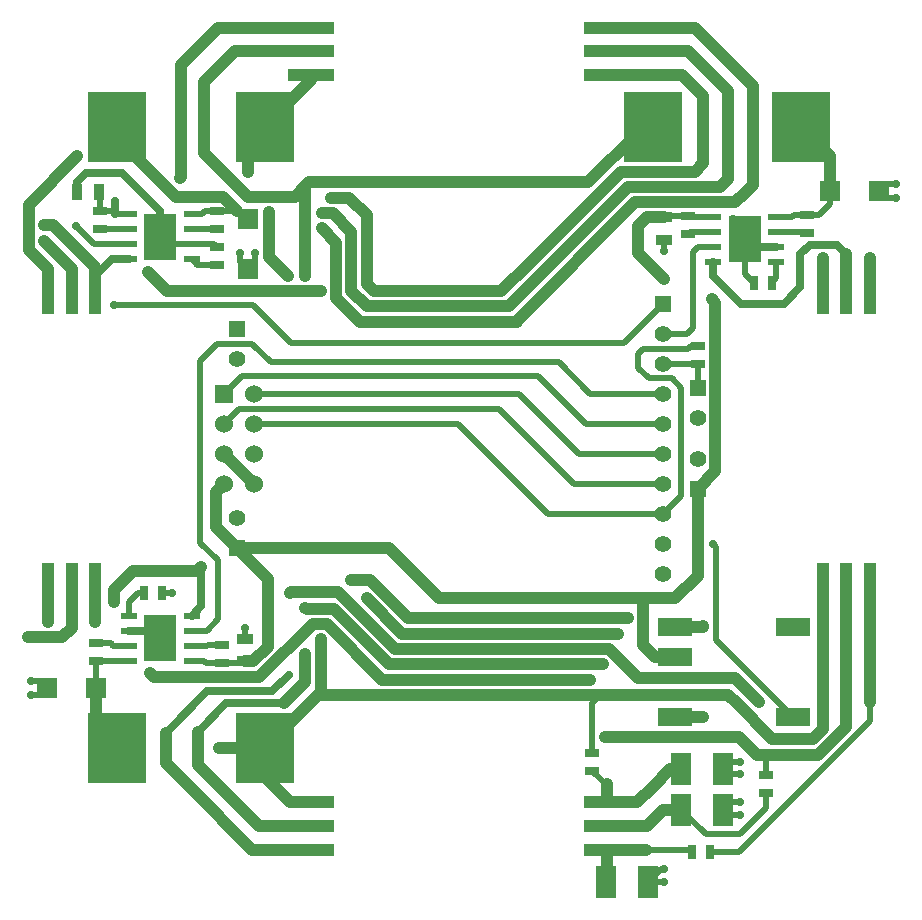
<source format=gtl>
G04 (created by PCBNEW (2013-07-07 BZR 4022)-stable) date 12/08/2015 01:07:20*
%MOIN*%
G04 Gerber Fmt 3.4, Leading zero omitted, Abs format*
%FSLAX34Y34*%
G01*
G70*
G90*
G04 APERTURE LIST*
%ADD10C,0.00590551*%
%ADD11R,0.0551X0.0236*%
%ADD12R,0.1102X0.1575*%
%ADD13R,0.07X0.11*%
%ADD14R,0.055X0.035*%
%ADD15R,0.035X0.055*%
%ADD16R,0.045X0.025*%
%ADD17R,0.025X0.045*%
%ADD18R,0.055X0.055*%
%ADD19C,0.055*%
%ADD20R,0.06X0.06*%
%ADD21C,0.06*%
%ADD22R,0.19685X0.23622*%
%ADD23R,0.0669291X0.0669291*%
%ADD24R,0.0393701X0.15748*%
%ADD25R,0.15748X0.0393701*%
%ADD26R,0.11811X0.0590551*%
%ADD27C,0.0275591*%
%ADD28C,0.0393701*%
%ADD29C,0.0275591*%
%ADD30C,0.019685*%
G04 APERTURE END LIST*
G54D10*
G54D11*
X69829Y-51572D03*
X67729Y-51572D03*
X69829Y-52072D03*
X69829Y-52572D03*
X69829Y-53072D03*
X67729Y-52072D03*
X67729Y-52572D03*
X67729Y-53072D03*
G54D12*
X68779Y-52322D03*
G54D11*
X67729Y-66458D03*
X69829Y-66458D03*
X67729Y-65958D03*
X67729Y-65458D03*
X67729Y-64958D03*
X69829Y-65958D03*
X69829Y-65458D03*
X69829Y-64958D03*
G54D12*
X68779Y-65708D03*
G54D11*
X89317Y-51651D03*
X87217Y-51651D03*
X89317Y-52151D03*
X89317Y-52651D03*
X89317Y-53151D03*
X87217Y-52151D03*
X87217Y-52651D03*
X87217Y-53151D03*
G54D12*
X88267Y-52401D03*
G54D13*
X83630Y-73818D03*
X85030Y-73818D03*
X86150Y-71417D03*
X87550Y-71417D03*
X86150Y-70078D03*
X87550Y-70078D03*
G54D14*
X85590Y-51672D03*
X85590Y-52422D03*
X71614Y-66477D03*
X71614Y-65727D03*
G54D15*
X66752Y-50826D03*
X66002Y-50826D03*
G54D16*
X66771Y-51471D03*
X66771Y-52071D03*
X86377Y-51629D03*
X86377Y-52229D03*
X86692Y-55959D03*
X86692Y-56559D03*
X70826Y-66520D03*
X70826Y-65920D03*
X83188Y-69542D03*
X83188Y-70142D03*
X88976Y-70251D03*
X88976Y-70851D03*
X90354Y-52189D03*
X90354Y-51589D03*
X70669Y-52071D03*
X70669Y-51471D03*
G54D17*
X68243Y-64212D03*
X68843Y-64212D03*
X89158Y-53858D03*
X88558Y-53858D03*
G54D16*
X66653Y-65881D03*
X66653Y-66481D03*
X70669Y-53252D03*
X70669Y-52652D03*
G54D18*
X86692Y-60736D03*
G54D19*
X86692Y-59736D03*
G54D18*
X86692Y-57374D03*
G54D19*
X86692Y-58374D03*
G54D18*
X85551Y-54555D03*
G54D19*
X85551Y-55555D03*
X85551Y-56555D03*
X85551Y-57555D03*
X85551Y-58555D03*
X85551Y-59555D03*
X85551Y-60555D03*
X85551Y-61555D03*
X85551Y-62555D03*
X85551Y-63555D03*
G54D20*
X70917Y-57555D03*
G54D21*
X71917Y-57555D03*
X70917Y-58555D03*
X71917Y-58555D03*
X70917Y-59555D03*
X71917Y-59555D03*
X70917Y-60555D03*
X71917Y-60555D03*
G54D22*
X85216Y-48661D03*
X90137Y-48661D03*
X72263Y-48661D03*
X67342Y-48661D03*
X72263Y-69370D03*
X67342Y-69370D03*
G54D23*
X92755Y-50787D03*
X91102Y-50787D03*
X71692Y-53385D03*
X71692Y-51732D03*
X65000Y-67362D03*
X66653Y-67362D03*
G54D18*
X71338Y-62704D03*
G54D19*
X71338Y-61704D03*
G54D18*
X71338Y-55405D03*
G54D19*
X71338Y-56405D03*
G54D17*
X87111Y-72834D03*
X86511Y-72834D03*
G54D24*
X90866Y-63976D03*
X91653Y-63976D03*
X92440Y-63976D03*
X92440Y-54133D03*
X91653Y-54133D03*
X90866Y-54133D03*
X65039Y-63976D03*
X65826Y-63976D03*
X66614Y-63976D03*
X66614Y-54133D03*
X65826Y-54133D03*
X65039Y-54133D03*
G54D25*
X73818Y-71181D03*
X73818Y-71968D03*
X73818Y-72755D03*
X83661Y-72755D03*
X83661Y-71968D03*
X83661Y-71181D03*
X73818Y-45354D03*
X73818Y-46141D03*
X73818Y-46929D03*
X83661Y-46929D03*
X83661Y-46141D03*
X83661Y-45354D03*
G54D26*
X85944Y-65322D03*
X85944Y-66322D03*
X85944Y-68322D03*
X89881Y-68322D03*
X89881Y-65322D03*
G54D27*
X67283Y-51141D03*
X87165Y-54409D03*
X85590Y-53740D03*
X87204Y-62559D03*
X67244Y-54606D03*
X65984Y-51968D03*
X86889Y-65314D03*
X86889Y-68346D03*
X85590Y-73818D03*
X85590Y-73385D03*
X69173Y-64212D03*
X64488Y-67598D03*
X68385Y-51692D03*
X69173Y-51692D03*
X68385Y-52952D03*
X69173Y-52952D03*
X68779Y-52322D03*
X87874Y-51732D03*
X87874Y-53031D03*
X88661Y-53031D03*
X88661Y-51771D03*
X88267Y-52401D03*
X68385Y-65078D03*
X69173Y-65078D03*
X69173Y-66338D03*
X68779Y-65708D03*
X68385Y-66338D03*
X71929Y-52874D03*
X71456Y-52874D03*
X85590Y-52795D03*
X93307Y-51023D03*
X93307Y-50551D03*
X88110Y-70236D03*
X88110Y-69842D03*
X88110Y-71181D03*
X88110Y-71614D03*
X64488Y-67125D03*
X71614Y-65354D03*
X64921Y-52480D03*
X75157Y-63779D03*
X75157Y-54133D03*
X85275Y-71692D03*
X84370Y-65039D03*
X74173Y-51535D03*
X91653Y-53031D03*
X87716Y-50354D03*
X69448Y-50354D03*
X74133Y-54133D03*
X74133Y-65748D03*
X68385Y-53503D03*
X70748Y-69370D03*
X65039Y-65157D03*
X71692Y-50157D03*
X72401Y-51496D03*
X73110Y-64212D03*
X92440Y-67834D03*
X88740Y-67834D03*
X73070Y-66929D03*
X73031Y-53622D03*
X68976Y-68858D03*
X66614Y-65157D03*
X75669Y-64370D03*
X75669Y-53622D03*
X84960Y-72755D03*
X84055Y-65551D03*
X74488Y-51023D03*
X86889Y-49842D03*
X92440Y-53031D03*
X64921Y-51929D03*
X74173Y-52047D03*
X88267Y-50866D03*
X90866Y-53031D03*
X66023Y-49645D03*
X83110Y-67086D03*
X83661Y-70551D03*
X67244Y-64488D03*
X68425Y-66850D03*
X70157Y-63346D03*
X83622Y-69015D03*
X73622Y-64685D03*
X83543Y-66574D03*
X73622Y-53622D03*
X73622Y-66220D03*
X64370Y-65669D03*
X72637Y-71968D03*
G54D28*
X84881Y-64370D02*
X84881Y-65944D01*
X85259Y-66322D02*
X85944Y-66322D01*
X84881Y-65944D02*
X85259Y-66322D01*
X71614Y-66477D02*
X71869Y-66477D01*
X72362Y-63728D02*
X71338Y-62704D01*
X72362Y-65984D02*
X72362Y-63728D01*
X71869Y-66477D02*
X72362Y-65984D01*
G54D29*
X67283Y-51141D02*
X67281Y-51143D01*
X67281Y-51143D02*
X67281Y-51572D01*
G54D28*
X70917Y-60555D02*
X70629Y-60842D01*
X70629Y-60842D02*
X70629Y-61996D01*
X70629Y-61996D02*
X71338Y-62704D01*
X86692Y-60736D02*
X86692Y-63622D01*
X86692Y-63622D02*
X85944Y-64370D01*
X85944Y-64370D02*
X84881Y-64370D01*
X84881Y-64370D02*
X78070Y-64370D01*
X78070Y-64370D02*
X76405Y-62704D01*
X76405Y-62704D02*
X71338Y-62704D01*
X87283Y-60145D02*
X87283Y-54527D01*
X87283Y-54527D02*
X87165Y-54409D01*
X86692Y-60736D02*
X87283Y-60145D01*
X85020Y-51672D02*
X85590Y-51672D01*
X84724Y-51968D02*
X85020Y-51672D01*
X84724Y-52874D02*
X84724Y-51968D01*
X85590Y-53740D02*
X84724Y-52874D01*
G54D30*
X66771Y-51471D02*
X66771Y-50845D01*
X66771Y-50845D02*
X66752Y-50826D01*
X70826Y-66520D02*
X71571Y-66520D01*
X71571Y-66520D02*
X71614Y-66477D01*
X69829Y-66458D02*
X70238Y-66458D01*
X70300Y-66520D02*
X70826Y-66520D01*
X70238Y-66458D02*
X70300Y-66520D01*
X67729Y-51572D02*
X67281Y-51572D01*
X67180Y-51471D02*
X66771Y-51471D01*
X67281Y-51572D02*
X67180Y-51471D01*
X86377Y-51629D02*
X85633Y-51629D01*
X85633Y-51629D02*
X85590Y-51672D01*
X87217Y-51651D02*
X86400Y-51651D01*
X86400Y-51651D02*
X86377Y-51629D01*
X86377Y-56062D02*
X86481Y-55959D01*
X86481Y-55959D02*
X86692Y-55959D01*
X86353Y-56062D02*
X86377Y-56062D01*
X86377Y-56062D02*
X84881Y-56062D01*
X86141Y-60964D02*
X85551Y-61555D01*
X86141Y-57362D02*
X86141Y-60964D01*
X85826Y-57047D02*
X86141Y-57362D01*
X85078Y-57047D02*
X85826Y-57047D01*
X84724Y-56692D02*
X85078Y-57047D01*
X84724Y-56220D02*
X84724Y-56692D01*
X84881Y-56062D02*
X84724Y-56220D01*
X71917Y-58555D02*
X78712Y-58555D01*
X81712Y-61555D02*
X85551Y-61555D01*
X78712Y-58555D02*
X81712Y-61555D01*
X87322Y-65763D02*
X88448Y-66889D01*
X87322Y-62677D02*
X87322Y-65763D01*
X87204Y-62559D02*
X87322Y-62677D01*
X89881Y-68322D02*
X88448Y-66889D01*
X70917Y-58555D02*
X71401Y-58070D01*
X82562Y-60555D02*
X85551Y-60555D01*
X80078Y-58070D02*
X82562Y-60555D01*
X71401Y-58070D02*
X80078Y-58070D01*
X87217Y-52651D02*
X86718Y-52651D01*
X86334Y-55555D02*
X85551Y-55555D01*
X86535Y-55354D02*
X86334Y-55555D01*
X86535Y-52834D02*
X86535Y-55354D01*
X86718Y-52651D02*
X86535Y-52834D01*
X82066Y-56515D02*
X72460Y-56515D01*
X72460Y-56515D02*
X71850Y-55905D01*
X85551Y-57555D02*
X83106Y-57555D01*
X70708Y-65078D02*
X70328Y-65458D01*
X70708Y-63110D02*
X70708Y-65078D01*
X70118Y-62519D02*
X70708Y-63110D01*
X70118Y-56456D02*
X70118Y-62519D01*
X70669Y-55905D02*
X70118Y-56456D01*
X71850Y-55905D02*
X70669Y-55905D01*
X83106Y-57555D02*
X82066Y-56515D01*
X69829Y-65458D02*
X70328Y-65458D01*
X67729Y-52572D02*
X66588Y-52572D01*
X67244Y-54606D02*
X67874Y-54606D01*
X66588Y-52572D02*
X65984Y-51968D01*
X85551Y-54555D02*
X84240Y-55866D01*
X68976Y-54606D02*
X67874Y-54606D01*
X68976Y-54606D02*
X71889Y-54606D01*
X84240Y-55866D02*
X73149Y-55866D01*
X73149Y-55866D02*
X71889Y-54606D01*
X70917Y-57555D02*
X71503Y-56968D01*
X82964Y-58555D02*
X85551Y-58555D01*
X81377Y-56968D02*
X82964Y-58555D01*
X71503Y-56968D02*
X81377Y-56968D01*
X86692Y-56559D02*
X86688Y-56555D01*
X86688Y-56555D02*
X85551Y-56555D01*
X86692Y-57374D02*
X86692Y-56559D01*
X71917Y-57555D02*
X80744Y-57555D01*
X82744Y-59555D02*
X85551Y-59555D01*
X80744Y-57555D02*
X82744Y-59555D01*
G54D28*
X70917Y-59555D02*
X71917Y-60555D01*
X85944Y-65322D02*
X86881Y-65322D01*
X86881Y-65322D02*
X86889Y-65314D01*
X85944Y-68322D02*
X86866Y-68322D01*
X86866Y-68322D02*
X86889Y-68346D01*
G54D30*
X85030Y-73818D02*
X85590Y-73818D01*
X85030Y-73818D02*
X85463Y-73385D01*
X85463Y-73385D02*
X85590Y-73385D01*
G54D29*
X66002Y-50826D02*
X66002Y-50493D01*
X68779Y-51456D02*
X68779Y-52322D01*
X67519Y-50196D02*
X68779Y-51456D01*
X66299Y-50196D02*
X67519Y-50196D01*
X66002Y-50493D02*
X66299Y-50196D01*
G54D30*
X68843Y-64212D02*
X69173Y-64212D01*
X64763Y-67598D02*
X64488Y-67598D01*
X64763Y-67598D02*
X65000Y-67362D01*
G54D29*
X67729Y-65458D02*
X68529Y-65458D01*
G54D30*
X68529Y-65458D02*
X68779Y-65708D01*
X68779Y-52086D02*
X68779Y-52322D01*
X68385Y-51692D02*
X68779Y-52086D01*
X69173Y-51929D02*
X68779Y-52322D01*
X69173Y-51692D02*
X69173Y-51929D01*
X68385Y-52952D02*
X68779Y-52559D01*
X68779Y-52559D02*
X68779Y-52322D01*
X68779Y-52559D02*
X68779Y-52322D01*
X69173Y-52952D02*
X68779Y-52559D01*
X88267Y-52125D02*
X88267Y-52401D01*
X87874Y-51732D02*
X88267Y-52125D01*
X87874Y-53031D02*
X88267Y-52637D01*
X88267Y-52637D02*
X88267Y-52401D01*
X88267Y-52637D02*
X88267Y-52401D01*
X88661Y-53031D02*
X88267Y-52637D01*
X88661Y-52007D02*
X88267Y-52401D01*
X88661Y-51771D02*
X88661Y-52007D01*
X68385Y-65078D02*
X68779Y-65472D01*
X68779Y-65472D02*
X68779Y-65708D01*
X68779Y-65472D02*
X68779Y-65708D01*
X69173Y-65078D02*
X68779Y-65472D01*
X69173Y-66338D02*
X68779Y-65944D01*
X68779Y-65944D02*
X68779Y-65708D01*
X68779Y-65944D02*
X68779Y-65708D01*
X68385Y-66338D02*
X68779Y-65944D01*
X71692Y-53385D02*
X71929Y-53149D01*
X71929Y-53149D02*
X71929Y-52874D01*
X71692Y-53385D02*
X71456Y-53149D01*
X71456Y-53149D02*
X71456Y-52874D01*
X85590Y-52422D02*
X85590Y-52795D01*
X92755Y-50787D02*
X92992Y-51023D01*
X92992Y-51023D02*
X93307Y-51023D01*
X92755Y-50787D02*
X92992Y-50551D01*
X92992Y-50551D02*
X93307Y-50551D01*
X87550Y-70078D02*
X87707Y-70236D01*
X87707Y-70236D02*
X88110Y-70236D01*
X87550Y-70078D02*
X87786Y-69842D01*
X87786Y-69842D02*
X88110Y-69842D01*
X87550Y-71417D02*
X87786Y-71181D01*
X87786Y-71181D02*
X88110Y-71181D01*
X87550Y-71417D02*
X87747Y-71614D01*
X87747Y-71614D02*
X88110Y-71614D01*
X65000Y-67362D02*
X64763Y-67125D01*
X64763Y-67125D02*
X64488Y-67125D01*
X71614Y-65727D02*
X71614Y-65354D01*
X69829Y-52572D02*
X69029Y-52572D01*
X69029Y-52572D02*
X68779Y-52322D01*
X69829Y-52572D02*
X70589Y-52572D01*
X70589Y-52572D02*
X70669Y-52652D01*
X88267Y-52401D02*
X88267Y-53567D01*
X88267Y-53567D02*
X88558Y-53858D01*
G54D29*
X89317Y-52651D02*
X88517Y-52651D01*
G54D30*
X88517Y-52651D02*
X88267Y-52401D01*
G54D28*
X65826Y-54133D02*
X65826Y-53385D01*
X65826Y-53385D02*
X64921Y-52480D01*
X75157Y-63779D02*
X75787Y-63779D01*
X77047Y-65039D02*
X84370Y-65039D01*
X75787Y-63779D02*
X77047Y-65039D01*
X79803Y-54645D02*
X80393Y-54645D01*
X80393Y-54645D02*
X80787Y-54251D01*
X84803Y-50669D02*
X84370Y-50669D01*
X84370Y-50669D02*
X80787Y-54251D01*
X80787Y-54251D02*
X80393Y-54645D01*
X74173Y-51535D02*
X74527Y-51535D01*
X74527Y-51535D02*
X75157Y-52165D01*
X75157Y-52165D02*
X75157Y-54133D01*
X75669Y-54645D02*
X79803Y-54645D01*
X75157Y-54133D02*
X75669Y-54645D01*
G54D30*
X86150Y-71417D02*
X86977Y-72244D01*
X88976Y-71377D02*
X88976Y-70851D01*
X88110Y-72244D02*
X88976Y-71377D01*
X86977Y-72244D02*
X88110Y-72244D01*
G54D28*
X87716Y-50393D02*
X87716Y-50354D01*
X91653Y-54133D02*
X91653Y-53031D01*
X91653Y-53031D02*
X91653Y-52913D01*
G54D29*
X87217Y-53635D02*
X88149Y-54566D01*
X88149Y-54566D02*
X89566Y-54566D01*
X89566Y-54566D02*
X90118Y-54015D01*
X90118Y-54015D02*
X90118Y-52913D01*
X90118Y-52913D02*
X90433Y-52598D01*
X90433Y-52598D02*
X91338Y-52598D01*
X91338Y-52598D02*
X91653Y-52913D01*
X87217Y-53151D02*
X87217Y-53635D01*
G54D28*
X83661Y-46141D02*
X86377Y-46141D01*
X87716Y-50393D02*
X87440Y-50669D01*
X87440Y-50669D02*
X84803Y-50669D01*
X87716Y-47480D02*
X87716Y-50393D01*
X86377Y-46141D02*
X87716Y-47480D01*
X83661Y-71968D02*
X85000Y-71968D01*
X85000Y-71968D02*
X85275Y-71692D01*
X85551Y-71417D02*
X86150Y-71417D01*
X85275Y-71692D02*
X85551Y-71417D01*
G54D30*
X67729Y-65958D02*
X67218Y-65958D01*
X67140Y-65881D02*
X66653Y-65881D01*
X67218Y-65958D02*
X67140Y-65881D01*
G54D28*
X66653Y-67362D02*
X66653Y-68681D01*
X66653Y-68681D02*
X67342Y-69370D01*
G54D30*
X66653Y-66481D02*
X66653Y-67362D01*
X67729Y-66458D02*
X66675Y-66458D01*
X66675Y-66458D02*
X66653Y-66481D01*
X83188Y-69542D02*
X83188Y-67874D01*
X83188Y-67874D02*
X83464Y-67598D01*
G54D28*
X69468Y-50334D02*
X69448Y-50354D01*
X69468Y-46594D02*
X69468Y-50334D01*
X70708Y-45354D02*
X69468Y-46594D01*
X87992Y-67874D02*
X87716Y-67598D01*
X83779Y-67598D02*
X83779Y-67598D01*
X87716Y-67598D02*
X83779Y-67598D01*
X74133Y-67500D02*
X74133Y-65748D01*
X73818Y-45354D02*
X70708Y-45354D01*
X68385Y-53503D02*
X69015Y-54133D01*
X69015Y-54133D02*
X74133Y-54133D01*
X72263Y-69370D02*
X74133Y-67500D01*
X74133Y-67500D02*
X74035Y-67598D01*
X74685Y-67598D02*
X83464Y-67598D01*
X83464Y-67598D02*
X83779Y-67598D01*
X74035Y-67598D02*
X74685Y-67598D01*
X90866Y-68740D02*
X90866Y-63976D01*
X90551Y-69055D02*
X90866Y-68740D01*
X89173Y-69055D02*
X90551Y-69055D01*
X87992Y-67874D02*
X89173Y-69055D01*
X70748Y-69370D02*
X72263Y-69370D01*
X65039Y-63976D02*
X65039Y-65157D01*
X73818Y-71181D02*
X73110Y-71181D01*
X73110Y-71181D02*
X72263Y-70334D01*
X72263Y-70334D02*
X72263Y-69370D01*
G54D30*
X70669Y-53252D02*
X70009Y-53252D01*
X70009Y-53252D02*
X69829Y-53072D01*
G54D28*
X84724Y-67047D02*
X87952Y-67047D01*
X87952Y-67047D02*
X88740Y-67834D01*
G54D30*
X87111Y-72834D02*
X88070Y-72834D01*
X92440Y-68464D02*
X92440Y-67834D01*
X88070Y-72834D02*
X92440Y-68464D01*
G54D28*
X73031Y-53622D02*
X72401Y-52992D01*
X71692Y-49232D02*
X72263Y-48661D01*
X71692Y-50157D02*
X71692Y-49232D01*
X72401Y-52992D02*
X72401Y-51496D01*
X92440Y-63976D02*
X92440Y-67834D01*
X83740Y-66062D02*
X84724Y-67047D01*
X76614Y-66062D02*
X83740Y-66062D01*
X74724Y-64173D02*
X76614Y-66062D01*
X73149Y-64173D02*
X74724Y-64173D01*
X73149Y-64173D02*
X73110Y-64212D01*
G54D29*
X73070Y-66929D02*
X72519Y-67480D01*
X70354Y-67480D02*
X68976Y-68858D01*
X72519Y-67480D02*
X70354Y-67480D01*
G54D28*
X69763Y-70669D02*
X68976Y-69881D01*
X69763Y-70669D02*
X71850Y-72755D01*
X71850Y-72755D02*
X73818Y-72755D01*
X68976Y-69881D02*
X68976Y-68858D01*
X66614Y-63976D02*
X66614Y-65157D01*
X73818Y-46929D02*
X73818Y-47106D01*
X73818Y-47106D02*
X72263Y-48661D01*
G54D30*
X89317Y-52151D02*
X90316Y-52151D01*
X90316Y-52151D02*
X90354Y-52189D01*
X67729Y-52072D02*
X66772Y-52072D01*
X66772Y-52072D02*
X66771Y-52071D01*
G54D28*
X66614Y-54133D02*
X66614Y-53346D01*
X65196Y-51929D02*
X64921Y-51929D01*
X66614Y-53346D02*
X65196Y-51929D01*
X75669Y-64370D02*
X76850Y-65551D01*
X84960Y-72755D02*
X83661Y-72755D01*
X76850Y-65551D02*
X84055Y-65551D01*
X78031Y-54133D02*
X80157Y-54133D01*
X80157Y-54133D02*
X81102Y-53188D01*
X84842Y-50157D02*
X84133Y-50157D01*
X84133Y-50157D02*
X81102Y-53188D01*
X78543Y-54133D02*
X78543Y-54133D01*
X75669Y-53622D02*
X75669Y-53897D01*
X75905Y-54133D02*
X78031Y-54133D01*
X78031Y-54133D02*
X78543Y-54133D01*
X75669Y-53897D02*
X75905Y-54133D01*
X86614Y-50157D02*
X84842Y-50157D01*
X86889Y-49881D02*
X86614Y-50157D01*
X75078Y-51023D02*
X75669Y-51614D01*
X74488Y-51023D02*
X75078Y-51023D01*
X75669Y-51614D02*
X75669Y-53622D01*
G54D30*
X83661Y-72755D02*
X86432Y-72755D01*
X86432Y-72755D02*
X86511Y-72834D01*
G54D28*
X83630Y-73818D02*
X83661Y-73788D01*
X83661Y-73788D02*
X83661Y-72755D01*
X92440Y-54133D02*
X92440Y-53031D01*
X86889Y-49842D02*
X86889Y-49881D01*
X64921Y-51929D02*
X64921Y-51929D01*
X64921Y-51929D02*
X64921Y-51929D01*
X83661Y-46929D02*
X86181Y-46929D01*
X86889Y-47637D02*
X86889Y-49881D01*
X86181Y-46929D02*
X86889Y-47637D01*
G54D29*
X67729Y-53072D02*
X67163Y-53072D01*
X67163Y-53072D02*
X66614Y-53622D01*
G54D30*
X66614Y-53622D02*
X66614Y-54133D01*
G54D28*
X84606Y-51181D02*
X80629Y-55157D01*
X80629Y-55157D02*
X80669Y-55157D01*
X74645Y-54370D02*
X74645Y-52519D01*
X75433Y-55157D02*
X74645Y-54370D01*
X80669Y-55157D02*
X75433Y-55157D01*
X87952Y-51181D02*
X84606Y-51181D01*
X84606Y-51181D02*
X84606Y-51181D01*
X88267Y-50866D02*
X87952Y-51181D01*
X74173Y-52047D02*
X74645Y-52519D01*
G54D30*
X83661Y-70629D02*
X83661Y-70614D01*
X83661Y-70614D02*
X83188Y-70142D01*
G54D28*
X90866Y-54133D02*
X90866Y-53031D01*
X65039Y-53385D02*
X65039Y-54133D01*
X64409Y-52755D02*
X65039Y-53385D01*
X64409Y-51259D02*
X64409Y-52755D01*
X66023Y-49645D02*
X64409Y-51259D01*
X83661Y-45354D02*
X86614Y-45354D01*
X88543Y-50590D02*
X88267Y-50866D01*
X88543Y-47283D02*
X88543Y-50590D01*
X86614Y-45354D02*
X88543Y-47283D01*
X83661Y-71181D02*
X83661Y-70629D01*
X83661Y-70629D02*
X83661Y-70551D01*
X67244Y-64094D02*
X67244Y-64488D01*
X67874Y-63464D02*
X67244Y-64094D01*
X70039Y-63464D02*
X67874Y-63464D01*
X70157Y-63346D02*
X70039Y-63464D01*
X68425Y-66850D02*
X68582Y-67007D01*
X68582Y-67007D02*
X72086Y-67007D01*
X72086Y-67007D02*
X73858Y-65236D01*
X73858Y-65236D02*
X74330Y-65236D01*
X74330Y-65236D02*
X76181Y-67086D01*
X76181Y-67086D02*
X83110Y-67086D01*
G54D29*
X70157Y-64630D02*
X69829Y-64958D01*
X70157Y-63346D02*
X70157Y-64630D01*
G54D28*
X83661Y-71181D02*
X84685Y-71181D01*
X84685Y-71181D02*
X85196Y-70669D01*
X85787Y-70078D02*
X86150Y-70078D01*
X85196Y-70669D02*
X85787Y-70078D01*
G54D30*
X88976Y-70251D02*
X88976Y-69606D01*
X88976Y-69606D02*
X89015Y-69606D01*
G54D28*
X72874Y-50984D02*
X71692Y-50984D01*
X70236Y-49527D02*
X70236Y-49015D01*
X71692Y-50984D02*
X70236Y-49527D01*
X83622Y-69015D02*
X88070Y-69015D01*
X83543Y-66574D02*
X76417Y-66574D01*
X74566Y-64724D02*
X76417Y-66574D01*
X73661Y-64724D02*
X74566Y-64724D01*
X73622Y-64685D02*
X73661Y-64724D01*
X91653Y-68661D02*
X91653Y-63976D01*
X90708Y-69606D02*
X91653Y-68661D01*
X88661Y-69606D02*
X89015Y-69606D01*
X89015Y-69606D02*
X90708Y-69606D01*
X88070Y-69015D02*
X88661Y-69606D01*
X74291Y-50511D02*
X73740Y-50511D01*
X73740Y-50511D02*
X73622Y-50629D01*
X70236Y-49015D02*
X70236Y-47165D01*
X70236Y-47165D02*
X71259Y-46141D01*
X71259Y-46141D02*
X73818Y-46141D01*
X72874Y-50984D02*
X73267Y-50984D01*
X73267Y-50984D02*
X73622Y-50629D01*
X72086Y-71968D02*
X72637Y-71968D01*
X73622Y-50629D02*
X73622Y-53622D01*
X73622Y-66220D02*
X73622Y-67165D01*
X73622Y-67165D02*
X72913Y-67874D01*
G54D29*
X72913Y-67874D02*
X70984Y-67874D01*
X70984Y-67874D02*
X70039Y-68818D01*
G54D28*
X70039Y-68818D02*
X70039Y-69921D01*
X70039Y-69921D02*
X72086Y-71968D01*
X65826Y-63976D02*
X65826Y-65354D01*
X65511Y-65669D02*
X64370Y-65669D01*
X65826Y-65354D02*
X65511Y-65669D01*
X84704Y-48858D02*
X83051Y-50511D01*
X83051Y-50511D02*
X74291Y-50511D01*
X72637Y-71968D02*
X73818Y-71968D01*
X91102Y-50787D02*
X91102Y-49625D01*
X91102Y-49625D02*
X90137Y-48661D01*
G54D30*
X90354Y-51589D02*
X90733Y-51589D01*
X91102Y-51220D02*
X91102Y-50787D01*
X90733Y-51589D02*
X91102Y-51220D01*
X90354Y-51589D02*
X89906Y-51589D01*
X89844Y-51651D02*
X89317Y-51651D01*
X89906Y-51589D02*
X89844Y-51651D01*
X87217Y-52151D02*
X86455Y-52151D01*
X86455Y-52151D02*
X86377Y-52229D01*
X68243Y-64212D02*
X68031Y-64212D01*
X67729Y-64514D02*
X67729Y-64958D01*
X68031Y-64212D02*
X67729Y-64514D01*
X69829Y-65958D02*
X70340Y-65958D01*
X70378Y-65920D02*
X70826Y-65920D01*
X70340Y-65958D02*
X70378Y-65920D01*
X89317Y-53151D02*
X89317Y-53698D01*
X89317Y-53698D02*
X89158Y-53858D01*
X69829Y-52072D02*
X70668Y-52072D01*
X70668Y-52072D02*
X70669Y-52071D01*
G54D28*
X70878Y-51011D02*
X69318Y-51011D01*
X67342Y-49035D02*
X67342Y-48661D01*
X69318Y-51011D02*
X67342Y-49035D01*
X71338Y-51471D02*
X70878Y-51011D01*
G54D30*
X70669Y-51471D02*
X71338Y-51471D01*
X71338Y-51471D02*
X71432Y-51471D01*
X71432Y-51471D02*
X71692Y-51732D01*
X69829Y-51572D02*
X70159Y-51572D01*
X70260Y-51471D02*
X70669Y-51471D01*
X70159Y-51572D02*
X70260Y-51471D01*
M02*

</source>
